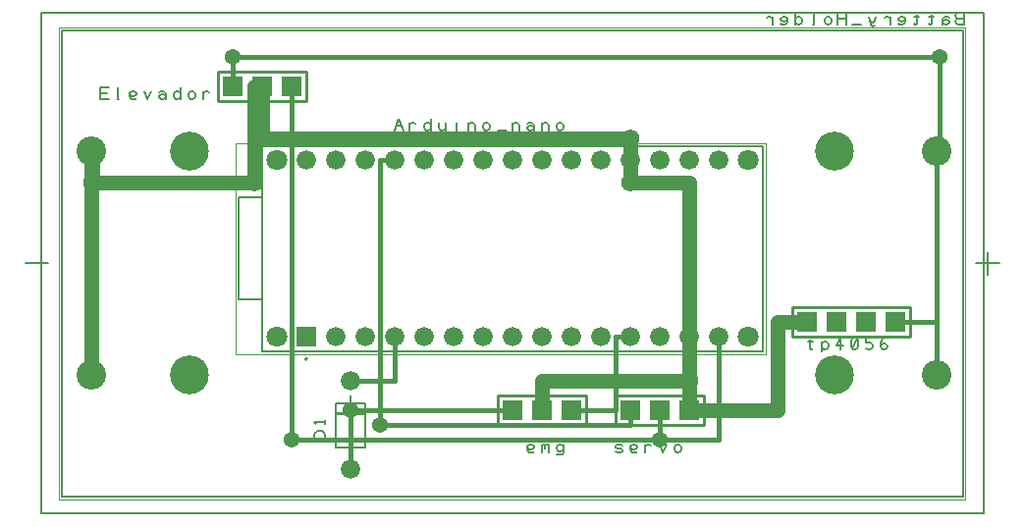
<source format=gbr>
G04 DesignSpark PCB Gerber Version 10.0 Build 5299*
G04 #@! TF.Part,Single*
G04 #@! TF.FileFunction,Legend,Top*
G04 #@! TF.FilePolarity,Positive*
%FSLAX35Y35*%
%MOIN*%
G04 #@! TA.AperFunction,ComponentPad*
%ADD14R,0.06000X0.06000*%
%ADD24R,0.06600X0.06600*%
G04 #@! TD.AperFunction*
%ADD21C,0.00197*%
%ADD20C,0.00500*%
%ADD29C,0.00787*%
%ADD80C,0.01000*%
%ADD12C,0.01500*%
G04 #@! TA.AperFunction,ViaPad*
%ADD13C,0.04800*%
G04 #@! TD.AperFunction*
%ADD10C,0.05000*%
G04 #@! TA.AperFunction,ViaPad*
%ADD23C,0.05400*%
%ADD11C,0.05600*%
G04 #@! TA.AperFunction,ComponentPad*
%ADD15C,0.06000*%
G04 #@! TA.AperFunction,ViaPad*
%ADD22C,0.06200*%
G04 #@! TA.AperFunction,ComponentPad*
%ADD25C,0.06600*%
%ADD26C,0.07096*%
%ADD16C,0.09449*%
%ADD27C,0.10049*%
%ADD28C,0.13198*%
G04 #@! TD.AperFunction*
X0Y0D02*
D02*
D10*
X22691Y123242D02*
Y47258D01*
X23104Y112750D02*
Y123242D01*
X22691D01*
X78104Y112750D02*
Y145250D01*
X80604D01*
X78104Y112750D02*
X23104D01*
X80604Y127750D02*
Y145250D01*
Y127750D02*
X205604D01*
Y112750D02*
X225604D01*
Y60250D01*
X205604Y112750D02*
Y120250D01*
Y127750D02*
Y120250D01*
X225604Y35250D02*
X255604D01*
Y65250D01*
X265604D01*
X225604Y45250D02*
Y35250D01*
Y45250D02*
X175604D01*
Y35250D01*
X225604Y45250D02*
Y60250D01*
D02*
D11*
X23104Y112750D03*
D03*
X78104D03*
D03*
X80604Y127750D03*
D03*
X205604Y112750D03*
D03*
Y127750D03*
D03*
X225604Y45250D03*
D03*
D02*
D12*
X70604Y155250D02*
Y145250D01*
Y155250D02*
X310604D01*
X90604Y25250D02*
Y145250D01*
X110604Y35250D02*
X165604D01*
X110604D02*
Y15250D01*
X120604Y30250D02*
Y120250D01*
X125604D01*
X120604Y30250D02*
X205604D01*
Y35250D01*
X125604Y60250D02*
Y45250D01*
X110604D01*
X185604Y35250D02*
X200604D01*
Y60250D01*
X205604D01*
X215604Y25250D02*
X235604D01*
Y60250D01*
X215604Y25250D02*
Y35250D01*
Y25250D02*
X90604D01*
X309698Y47258D02*
Y123242D01*
Y47258D02*
Y65250D01*
X295604D01*
X310604Y155250D02*
Y123242D01*
X309698D01*
D02*
D13*
X70604Y155250D03*
D03*
X90604Y25250D03*
D03*
X110604Y35250D03*
D03*
X120604Y30250D03*
D03*
X215604Y25250D03*
D03*
X310604Y155250D03*
D03*
D02*
D14*
X70604Y145250D03*
D03*
X80604D03*
D03*
X90604D03*
D03*
X95604Y60250D03*
D03*
X165604Y35250D03*
D03*
X175604D03*
D03*
X185604D03*
D03*
X205604D03*
D03*
X215604D03*
D03*
X225604D03*
D03*
X265604Y65250D03*
D03*
X275604D03*
D03*
X285604D03*
D03*
X295604D03*
D03*
D02*
D15*
X95604Y120250D03*
D03*
X105604Y60250D03*
D03*
Y120250D03*
D03*
X110604Y15250D03*
D03*
Y45250D03*
D03*
X115604Y60250D03*
D03*
Y120250D03*
D03*
X125604Y60250D03*
D03*
Y120250D03*
D03*
X135604Y60250D03*
D03*
Y120250D03*
D03*
X145604Y60250D03*
D03*
Y120250D03*
D03*
X155604Y60250D03*
D03*
Y120250D03*
D03*
X165604Y60250D03*
D03*
Y120250D03*
D03*
X175604Y60250D03*
D03*
Y120250D03*
D03*
X185604Y60250D03*
D03*
Y120250D03*
D03*
X195604Y60250D03*
D03*
Y120250D03*
D03*
X205604Y60250D03*
D03*
Y120250D03*
D03*
X215604Y60250D03*
D03*
Y120250D03*
D03*
X225604Y60250D03*
D03*
Y120250D03*
D03*
X235604Y60250D03*
D03*
Y120250D03*
D03*
D02*
D16*
X22691Y47258D03*
D03*
Y123242D03*
D03*
X309698Y47258D03*
D03*
Y123242D03*
D03*
D02*
D20*
X5604Y250D02*
X325604D01*
Y170250D01*
X5604D01*
Y250D01*
X8124Y85250D02*
X250D01*
X8124D02*
X250D01*
X25604Y141187D02*
Y144937D01*
X28729D01*
X28104Y143063D02*
X25604D01*
Y141187D02*
X28729D01*
X32167D02*
X31854D01*
Y144937D01*
X38104Y141500D02*
X37791Y141187D01*
X37167D01*
X36541D01*
X35917Y141500D01*
X35604Y142125D01*
Y143063D01*
X35917Y143375D01*
X36541Y143687D01*
X37167D01*
X37791Y143375D01*
X38104Y143063D01*
Y142750D01*
X37791Y142437D01*
X37167Y142125D01*
X36541D01*
X35917Y142437D01*
X35604Y142750D01*
X40604Y143687D02*
X41854Y141187D01*
X43104Y143687D01*
X45604Y143375D02*
X46229Y143687D01*
X47167D01*
X47791Y143375D01*
X48104Y142750D01*
Y141813D01*
X47791Y141500D01*
X47167Y141187D01*
X46541D01*
X45917Y141500D01*
X45604Y141813D01*
Y142125D01*
X45917Y142437D01*
X46541Y142750D01*
X47167D01*
X47791Y142437D01*
X48104Y142125D01*
Y141813D02*
Y141187D01*
X53104Y142750D02*
X52791Y143375D01*
X52167Y143687D01*
X51541D01*
X50917Y143375D01*
X50604Y142750D01*
Y142125D01*
X50917Y141500D01*
X51541Y141187D01*
X52167D01*
X52791Y141500D01*
X53104Y142125D01*
Y141187D02*
Y144937D01*
X55604Y142125D02*
X55917Y141500D01*
X56541Y141187D01*
X57167D01*
X57791Y141500D01*
X58104Y142125D01*
Y142750D01*
X57791Y143375D01*
X57167Y143687D01*
X56541D01*
X55917Y143375D01*
X55604Y142750D01*
Y142125D01*
X60604Y141187D02*
Y143687D01*
Y142750D02*
X60917Y143375D01*
X61541Y143687D01*
X62167D01*
X62791Y143375D01*
X80604Y55270D02*
X250604D01*
Y125230D01*
X80604D01*
Y55270D01*
X250604D01*
Y125230D01*
X80604D01*
Y55270D01*
Y107573D02*
X72730D01*
Y72927D01*
X80604D01*
Y107573D02*
X72730D01*
Y72927D01*
X80604D01*
X102167Y25250D02*
X98417D01*
Y27125D01*
X98729Y27750D01*
X99041Y28063D01*
X99667Y28375D01*
X100917D01*
X101541Y28063D01*
X101854Y27750D01*
X102167Y27125D01*
Y25250D01*
Y30875D02*
Y32125D01*
Y31500D02*
X98417D01*
X99041Y30875D01*
X110604Y20250D02*
Y22750D01*
Y37750D02*
Y40250D01*
X115604Y22750D02*
X105604D01*
Y37750D01*
X115604D01*
Y22750D01*
X125604Y130557D02*
X127167Y134307D01*
X128729Y130557D01*
X126229Y132120D02*
X128104D01*
X130604Y130557D02*
Y133057D01*
Y132120D02*
X130917Y132745D01*
X131541Y133057D01*
X132167D01*
X132791Y132745D01*
X138104Y132120D02*
X137791Y132745D01*
X137167Y133057D01*
X136541D01*
X135917Y132745D01*
X135604Y132120D01*
Y131495D01*
X135917Y130870D01*
X136541Y130557D01*
X137167D01*
X137791Y130870D01*
X138104Y131495D01*
Y130557D02*
Y134307D01*
X140604Y133057D02*
Y131495D01*
X140917Y130870D01*
X141541Y130557D01*
X142167D01*
X142791Y130870D01*
X143104Y131495D01*
Y133057D02*
Y130557D01*
X146854D02*
Y133057D01*
Y133995D02*
X150604Y130557D02*
Y133057D01*
Y132120D02*
X150917Y132745D01*
X151541Y133057D01*
X152167D01*
X152791Y132745D01*
X153104Y132120D01*
Y130557D01*
X155604Y131495D02*
X155917Y130870D01*
X156541Y130557D01*
X157167D01*
X157791Y130870D01*
X158104Y131495D01*
Y132120D01*
X157791Y132745D01*
X157167Y133057D01*
X156541D01*
X155917Y132745D01*
X155604Y132120D01*
Y131495D01*
X160604Y130557D02*
X163729D01*
X165604D02*
Y133057D01*
Y132120D02*
X165917Y132745D01*
X166541Y133057D01*
X167167D01*
X167791Y132745D01*
X168104Y132120D01*
Y130557D01*
X170604Y132745D02*
X171229Y133057D01*
X172167D01*
X172791Y132745D01*
X173104Y132120D01*
Y131183D01*
X172791Y130870D01*
X172167Y130557D01*
X171541D01*
X170917Y130870D01*
X170604Y131183D01*
Y131495D01*
X170917Y131807D01*
X171541Y132120D01*
X172167D01*
X172791Y131807D01*
X173104Y131495D01*
Y131183D02*
Y130557D01*
X175604D02*
Y133057D01*
Y132120D02*
X175917Y132745D01*
X176541Y133057D01*
X177167D01*
X177791Y132745D01*
X178104Y132120D01*
Y130557D01*
X180604Y131495D02*
X180917Y130870D01*
X181541Y130557D01*
X182167D01*
X182791Y130870D01*
X183104Y131495D01*
Y132120D01*
X182791Y132745D01*
X182167Y133057D01*
X181541D01*
X180917Y132745D01*
X180604Y132120D01*
Y131495D01*
X173104Y21500D02*
X172791Y21187D01*
X172167D01*
X171541D01*
X170917Y21500D01*
X170604Y22125D01*
Y23063D01*
X170917Y23375D01*
X171541Y23687D01*
X172167D01*
X172791Y23375D01*
X173104Y23063D01*
Y22750D01*
X172791Y22437D01*
X172167Y22125D01*
X171541D01*
X170917Y22437D01*
X170604Y22750D01*
X175604Y21187D02*
Y23687D01*
Y23375D02*
X175917Y23687D01*
X176541D01*
X176854Y23375D01*
Y22437D01*
Y23375D02*
X177167Y23687D01*
X177791D01*
X178104Y23375D01*
Y21187D01*
X183104Y22750D02*
X182791Y23375D01*
X182167Y23687D01*
X181541D01*
X180917Y23375D01*
X180604Y22750D01*
Y22437D01*
X180917Y21813D01*
X181541Y21500D01*
X182167D01*
X182791Y21813D01*
X183104Y22437D01*
Y23687D02*
Y21187D01*
X182791Y20563D01*
X182167Y20250D01*
X181229D01*
X180604Y20563D01*
X200604Y21500D02*
X201229Y21187D01*
X202479D01*
X203104Y21500D01*
Y22125D01*
X202479Y22437D01*
X201229D01*
X200604Y22750D01*
Y23375D01*
X201229Y23687D01*
X202479D01*
X203104Y23375D01*
X208104Y21500D02*
X207791Y21187D01*
X207167D01*
X206541D01*
X205917Y21500D01*
X205604Y22125D01*
Y23063D01*
X205917Y23375D01*
X206541Y23687D01*
X207167D01*
X207791Y23375D01*
X208104Y23063D01*
Y22750D01*
X207791Y22437D01*
X207167Y22125D01*
X206541D01*
X205917Y22437D01*
X205604Y22750D01*
X210604Y21187D02*
Y23687D01*
Y22750D02*
X210917Y23375D01*
X211541Y23687D01*
X212167D01*
X212791Y23375D01*
X215604Y23687D02*
X216854Y21187D01*
X218104Y23687D01*
X220604Y22125D02*
X220917Y21500D01*
X221541Y21187D01*
X222167D01*
X222791Y21500D01*
X223104Y22125D01*
Y22750D01*
X222791Y23375D01*
X222167Y23687D01*
X221541D01*
X220917Y23375D01*
X220604Y22750D01*
Y22125D01*
X266125Y58687D02*
X267583D01*
X266854Y59313D02*
Y56500D01*
X267167Y56187D01*
X267479D01*
X267791Y56500D01*
X270604Y58687D02*
Y55250D01*
Y57125D02*
X270917Y56500D01*
X271541Y56187D01*
X272167D01*
X272791Y56500D01*
X273104Y57125D01*
Y57750D01*
X272791Y58375D01*
X272167Y58687D01*
X271541D01*
X270917Y58375D01*
X270604Y57750D01*
Y57125D01*
X277167Y56187D02*
Y59937D01*
X275604Y57437D01*
X278104D01*
X280917Y56500D02*
X281541Y56187D01*
X282167D01*
X282791Y56500D01*
X283104Y57125D01*
Y59000D01*
X282791Y59625D01*
X282167Y59937D01*
X281541D01*
X280917Y59625D01*
X280604Y59000D01*
Y57125D01*
X280917Y56500D01*
X282791Y59625D01*
X285604Y56500D02*
X286229Y56187D01*
X287167D01*
X287791Y56500D01*
X288104Y57125D01*
Y57437D01*
X287791Y58063D01*
X287167Y58375D01*
X285604D01*
Y59937D01*
X288104D01*
X290604Y57125D02*
X290917Y57750D01*
X291541Y58063D01*
X292167D01*
X292791Y57750D01*
X293104Y57125D01*
X292791Y56500D01*
X292167Y56187D01*
X291541D01*
X290917Y56500D01*
X290604Y57125D01*
Y58063D01*
X290917Y59000D01*
X291541Y59625D01*
X292167Y59937D01*
X318557Y164404D02*
X12651D01*
Y6096D01*
X318557D01*
Y164404D01*
X12651D01*
Y6096D01*
X318557D01*
Y164404D01*
X316959Y168417D02*
X316334Y168104D01*
X316022Y167480D01*
X316334Y166854D01*
X316959Y166542D01*
X319147D01*
Y170292D01*
X316959D01*
X316334Y169980D01*
X316022Y169354D01*
X316334Y168730D01*
X316959Y168417D01*
X319147D01*
X314147Y168730D02*
X313522Y169042D01*
X312584D01*
X311959Y168730D01*
X311647Y168104D01*
Y167167D01*
X311959Y166854D01*
X312584Y166542D01*
X313209D01*
X313834Y166854D01*
X314147Y167167D01*
Y167480D01*
X313834Y167792D01*
X313209Y168104D01*
X312584D01*
X311959Y167792D01*
X311647Y167480D01*
Y167167D02*
Y166542D01*
X308626Y169042D02*
X307168D01*
X307897Y169667D02*
Y166854D01*
X307584Y166542D01*
X307272D01*
X306959Y166854D01*
X303626Y169042D02*
X302168D01*
X302897Y169667D02*
Y166854D01*
X302584Y166542D01*
X302272D01*
X301959Y166854D01*
X296647D02*
X296959Y166542D01*
X297584D01*
X298209D01*
X298834Y166854D01*
X299147Y167480D01*
Y168417D01*
X298834Y168730D01*
X298209Y169042D01*
X297584D01*
X296959Y168730D01*
X296647Y168417D01*
Y168104D01*
X296959Y167792D01*
X297584Y167480D01*
X298209D01*
X298834Y167792D01*
X299147Y168104D01*
X294147Y166542D02*
Y169042D01*
Y168104D02*
X293834Y168730D01*
X293209Y169042D01*
X292584D01*
X291959Y168730D01*
X289147Y169042D02*
X288834Y167792D01*
X288209Y167167D01*
X287584D01*
X286959Y167792D01*
X286647Y169042D01*
X286959Y167792D02*
X287272Y166542D01*
X287584Y165917D01*
X288209Y165604D01*
X288834Y165917D01*
X284147Y166542D02*
X281022D01*
X279147D02*
Y170292D01*
Y168417D02*
X276022D01*
Y166542D02*
Y170292D01*
X274147Y167480D02*
X273834Y166854D01*
X273209Y166542D01*
X272584D01*
X271959Y166854D01*
X271647Y167480D01*
Y168104D01*
X271959Y168730D01*
X272584Y169042D01*
X273209D01*
X273834Y168730D01*
X274147Y168104D01*
Y167480D01*
X267584Y166542D02*
X267897D01*
Y170292D01*
X261647Y168104D02*
X261959Y168730D01*
X262584Y169042D01*
X263209D01*
X263834Y168730D01*
X264147Y168104D01*
Y167480D01*
X263834Y166854D01*
X263209Y166542D01*
X262584D01*
X261959Y166854D01*
X261647Y167480D01*
Y166542D02*
Y170292D01*
X256647Y166854D02*
X256959Y166542D01*
X257584D01*
X258209D01*
X258834Y166854D01*
X259147Y167480D01*
Y168417D01*
X258834Y168730D01*
X258209Y169042D01*
X257584D01*
X256959Y168730D01*
X256647Y168417D01*
Y168104D01*
X256959Y167792D01*
X257584Y167480D01*
X258209D01*
X258834Y167792D01*
X259147Y168104D01*
X254147Y166542D02*
Y169042D01*
Y168104D02*
X253834Y168730D01*
X253209Y169042D01*
X252584D01*
X251959Y168730D01*
X327021Y89187D02*
Y81313D01*
Y89187D02*
Y81313D01*
X330958Y85250D02*
X323084D01*
X330958D02*
X323084D01*
D02*
D21*
X71746Y54285D02*
X251588D01*
Y126215D01*
X71746D01*
Y54285D01*
X319541Y165388D02*
X11667D01*
Y5112D01*
X319541D01*
Y165388D01*
D02*
D22*
X23104Y112750D03*
X78104D03*
X80604Y127750D03*
X205604Y112750D03*
Y127750D03*
X225604Y45250D03*
D02*
D23*
X70604Y155250D03*
X90604Y25250D03*
X110604Y35250D03*
X120604Y30250D03*
X215604Y25250D03*
X310604Y155250D03*
D02*
D24*
X70604Y145250D03*
X80604D03*
X90604D03*
X95604Y60250D03*
X165604Y35250D03*
X175604D03*
X185604D03*
X205604D03*
X215604D03*
X225604D03*
X265604Y65250D03*
X275604D03*
X285604D03*
X295604D03*
D02*
D25*
X95604Y120250D03*
X105604Y60250D03*
Y120250D03*
X110604Y15250D03*
Y45250D03*
X115604Y60250D03*
Y120250D03*
X125604Y60250D03*
Y120250D03*
X135604Y60250D03*
Y120250D03*
X145604Y60250D03*
Y120250D03*
X155604Y60250D03*
Y120250D03*
X165604Y60250D03*
Y120250D03*
X175604Y60250D03*
Y120250D03*
X185604Y60250D03*
Y120250D03*
X195604Y60250D03*
Y120250D03*
X205604Y60250D03*
Y120250D03*
X215604Y60250D03*
Y120250D03*
X225604Y60250D03*
Y120250D03*
X235604Y60250D03*
Y120250D03*
D02*
D26*
X85604Y60250D03*
Y120250D03*
X245604Y60250D03*
Y120250D03*
D02*
D27*
X22691Y47258D03*
Y123242D03*
X309698Y47258D03*
Y123242D03*
D02*
D28*
X56116Y47258D03*
Y123242D03*
X275092Y47258D03*
Y123242D03*
D02*
D29*
X95998Y52848D02*
G75*
G03*
X95210I-394J0D01*
G01*
G75*
G03*
X95998I394J0D01*
G01*
G75*
G03*
X95210I-394J0D01*
G01*
G75*
G03*
X95998I394J0D01*
G01*
D02*
D80*
X65604Y140250D02*
X95604D01*
Y150250D01*
X65604D01*
Y140250D01*
X105904Y34250D02*
X115304D01*
X190604Y40250D02*
X160604D01*
Y30250D01*
X190604D01*
Y40250D01*
X230604D02*
X200604D01*
Y30250D01*
X230604D01*
Y40250D01*
X260604Y60250D02*
X300604D01*
Y70250D01*
X260604D01*
Y60250D01*
X0Y0D02*
M02*

</source>
